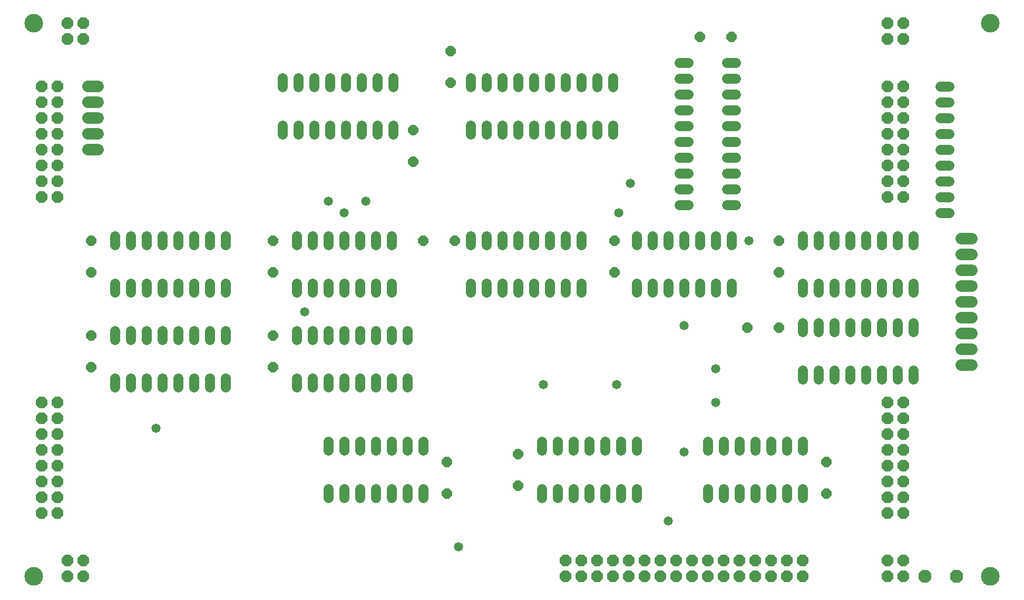
<source format=gbs>
G75*
%MOIN*%
%OFA0B0*%
%FSLAX24Y24*%
%IPPOS*%
%LPD*%
%AMOC8*
5,1,8,0,0,1.08239X$1,22.5*
%
%ADD10C,0.1180*%
%ADD11C,0.0640*%
%ADD12OC8,0.0640*%
%ADD13OC8,0.0720*%
%ADD14C,0.0720*%
%ADD15C,0.0830*%
%ADD16OC8,0.0830*%
%ADD17C,0.0580*%
D10*
X005265Y006140D03*
X005265Y041140D03*
X065765Y041140D03*
X065765Y006140D03*
D11*
X053890Y011110D02*
X053890Y011670D01*
X052890Y011670D02*
X052890Y011110D01*
X051890Y011110D02*
X051890Y011670D01*
X050890Y011670D02*
X050890Y011110D01*
X049890Y011110D02*
X049890Y011670D01*
X048890Y011670D02*
X048890Y011110D01*
X047890Y011110D02*
X047890Y011670D01*
X047890Y014110D02*
X047890Y014670D01*
X048890Y014670D02*
X048890Y014110D01*
X049890Y014110D02*
X049890Y014670D01*
X050890Y014670D02*
X050890Y014110D01*
X051890Y014110D02*
X051890Y014670D01*
X052890Y014670D02*
X052890Y014110D01*
X053890Y014110D02*
X053890Y014670D01*
X053890Y018610D02*
X053890Y019170D01*
X054890Y019170D02*
X054890Y018610D01*
X055890Y018610D02*
X055890Y019170D01*
X056890Y019170D02*
X056890Y018610D01*
X057890Y018610D02*
X057890Y019170D01*
X058890Y019170D02*
X058890Y018610D01*
X059890Y018610D02*
X059890Y019170D01*
X060890Y019170D02*
X060890Y018610D01*
X060890Y021610D02*
X060890Y022170D01*
X059890Y022170D02*
X059890Y021610D01*
X058890Y021610D02*
X058890Y022170D01*
X057890Y022170D02*
X057890Y021610D01*
X056890Y021610D02*
X056890Y022170D01*
X055890Y022170D02*
X055890Y021610D01*
X054890Y021610D02*
X054890Y022170D01*
X053890Y022170D02*
X053890Y021610D01*
X053890Y024110D02*
X053890Y024670D01*
X054890Y024670D02*
X054890Y024110D01*
X055890Y024110D02*
X055890Y024670D01*
X056890Y024670D02*
X056890Y024110D01*
X057890Y024110D02*
X057890Y024670D01*
X058890Y024670D02*
X058890Y024110D01*
X059890Y024110D02*
X059890Y024670D01*
X060890Y024670D02*
X060890Y024110D01*
X060890Y027110D02*
X060890Y027670D01*
X059890Y027670D02*
X059890Y027110D01*
X058890Y027110D02*
X058890Y027670D01*
X057890Y027670D02*
X057890Y027110D01*
X056890Y027110D02*
X056890Y027670D01*
X055890Y027670D02*
X055890Y027110D01*
X054890Y027110D02*
X054890Y027670D01*
X053890Y027670D02*
X053890Y027110D01*
X049670Y029640D02*
X049110Y029640D01*
X049110Y030640D02*
X049670Y030640D01*
X049670Y031640D02*
X049110Y031640D01*
X049110Y032640D02*
X049670Y032640D01*
X049670Y033640D02*
X049110Y033640D01*
X049110Y034640D02*
X049670Y034640D01*
X049670Y035640D02*
X049110Y035640D01*
X049110Y036640D02*
X049670Y036640D01*
X049670Y037640D02*
X049110Y037640D01*
X049110Y038640D02*
X049670Y038640D01*
X046670Y038640D02*
X046110Y038640D01*
X046110Y037640D02*
X046670Y037640D01*
X046670Y036640D02*
X046110Y036640D01*
X046110Y035640D02*
X046670Y035640D01*
X046670Y034640D02*
X046110Y034640D01*
X046110Y033640D02*
X046670Y033640D01*
X046670Y032640D02*
X046110Y032640D01*
X046110Y031640D02*
X046670Y031640D01*
X046670Y030640D02*
X046110Y030640D01*
X046110Y029640D02*
X046670Y029640D01*
X046390Y027670D02*
X046390Y027110D01*
X045390Y027110D02*
X045390Y027670D01*
X044390Y027670D02*
X044390Y027110D01*
X043390Y027110D02*
X043390Y027670D01*
X039890Y027670D02*
X039890Y027110D01*
X038890Y027110D02*
X038890Y027670D01*
X037890Y027670D02*
X037890Y027110D01*
X036890Y027110D02*
X036890Y027670D01*
X035890Y027670D02*
X035890Y027110D01*
X034890Y027110D02*
X034890Y027670D01*
X033890Y027670D02*
X033890Y027110D01*
X032890Y027110D02*
X032890Y027670D01*
X032890Y024670D02*
X032890Y024110D01*
X033890Y024110D02*
X033890Y024670D01*
X034890Y024670D02*
X034890Y024110D01*
X035890Y024110D02*
X035890Y024670D01*
X036890Y024670D02*
X036890Y024110D01*
X037890Y024110D02*
X037890Y024670D01*
X038890Y024670D02*
X038890Y024110D01*
X039890Y024110D02*
X039890Y024670D01*
X043390Y024670D02*
X043390Y024110D01*
X044390Y024110D02*
X044390Y024670D01*
X045390Y024670D02*
X045390Y024110D01*
X046390Y024110D02*
X046390Y024670D01*
X047390Y024670D02*
X047390Y024110D01*
X048390Y024110D02*
X048390Y024670D01*
X049390Y024670D02*
X049390Y024110D01*
X049390Y027110D02*
X049390Y027670D01*
X048390Y027670D02*
X048390Y027110D01*
X047390Y027110D02*
X047390Y027670D01*
X041890Y034110D02*
X041890Y034670D01*
X040890Y034670D02*
X040890Y034110D01*
X039890Y034110D02*
X039890Y034670D01*
X038890Y034670D02*
X038890Y034110D01*
X037890Y034110D02*
X037890Y034670D01*
X036890Y034670D02*
X036890Y034110D01*
X035890Y034110D02*
X035890Y034670D01*
X034890Y034670D02*
X034890Y034110D01*
X033890Y034110D02*
X033890Y034670D01*
X032890Y034670D02*
X032890Y034110D01*
X032890Y037110D02*
X032890Y037670D01*
X033890Y037670D02*
X033890Y037110D01*
X034890Y037110D02*
X034890Y037670D01*
X035890Y037670D02*
X035890Y037110D01*
X036890Y037110D02*
X036890Y037670D01*
X037890Y037670D02*
X037890Y037110D01*
X038890Y037110D02*
X038890Y037670D01*
X039890Y037670D02*
X039890Y037110D01*
X040890Y037110D02*
X040890Y037670D01*
X041890Y037670D02*
X041890Y037110D01*
X028015Y037110D02*
X028015Y037670D01*
X027015Y037670D02*
X027015Y037110D01*
X026015Y037110D02*
X026015Y037670D01*
X025015Y037670D02*
X025015Y037110D01*
X024015Y037110D02*
X024015Y037670D01*
X023015Y037670D02*
X023015Y037110D01*
X022015Y037110D02*
X022015Y037670D01*
X021015Y037670D02*
X021015Y037110D01*
X021015Y034670D02*
X021015Y034110D01*
X022015Y034110D02*
X022015Y034670D01*
X023015Y034670D02*
X023015Y034110D01*
X024015Y034110D02*
X024015Y034670D01*
X025015Y034670D02*
X025015Y034110D01*
X026015Y034110D02*
X026015Y034670D01*
X027015Y034670D02*
X027015Y034110D01*
X028015Y034110D02*
X028015Y034670D01*
X027890Y027670D02*
X027890Y027110D01*
X026890Y027110D02*
X026890Y027670D01*
X025890Y027670D02*
X025890Y027110D01*
X024890Y027110D02*
X024890Y027670D01*
X023890Y027670D02*
X023890Y027110D01*
X022890Y027110D02*
X022890Y027670D01*
X021890Y027670D02*
X021890Y027110D01*
X021890Y024670D02*
X021890Y024110D01*
X022890Y024110D02*
X022890Y024670D01*
X023890Y024670D02*
X023890Y024110D01*
X024890Y024110D02*
X024890Y024670D01*
X025890Y024670D02*
X025890Y024110D01*
X026890Y024110D02*
X026890Y024670D01*
X027890Y024670D02*
X027890Y024110D01*
X027890Y021670D02*
X027890Y021110D01*
X028890Y021110D02*
X028890Y021670D01*
X026890Y021670D02*
X026890Y021110D01*
X025890Y021110D02*
X025890Y021670D01*
X024890Y021670D02*
X024890Y021110D01*
X023890Y021110D02*
X023890Y021670D01*
X022890Y021670D02*
X022890Y021110D01*
X021890Y021110D02*
X021890Y021670D01*
X021890Y018670D02*
X021890Y018110D01*
X022890Y018110D02*
X022890Y018670D01*
X023890Y018670D02*
X023890Y018110D01*
X024890Y018110D02*
X024890Y018670D01*
X025890Y018670D02*
X025890Y018110D01*
X026890Y018110D02*
X026890Y018670D01*
X027890Y018670D02*
X027890Y018110D01*
X028890Y018110D02*
X028890Y018670D01*
X028890Y014670D02*
X028890Y014110D01*
X027890Y014110D02*
X027890Y014670D01*
X026890Y014670D02*
X026890Y014110D01*
X025890Y014110D02*
X025890Y014670D01*
X024890Y014670D02*
X024890Y014110D01*
X023890Y014110D02*
X023890Y014670D01*
X023890Y011670D02*
X023890Y011110D01*
X024890Y011110D02*
X024890Y011670D01*
X025890Y011670D02*
X025890Y011110D01*
X026890Y011110D02*
X026890Y011670D01*
X027890Y011670D02*
X027890Y011110D01*
X028890Y011110D02*
X028890Y011670D01*
X029890Y011670D02*
X029890Y011110D01*
X029890Y014110D02*
X029890Y014670D01*
X037390Y014670D02*
X037390Y014110D01*
X038390Y014110D02*
X038390Y014670D01*
X039390Y014670D02*
X039390Y014110D01*
X040390Y014110D02*
X040390Y014670D01*
X041390Y014670D02*
X041390Y014110D01*
X042390Y014110D02*
X042390Y014670D01*
X043390Y014670D02*
X043390Y014110D01*
X043390Y011670D02*
X043390Y011110D01*
X042390Y011110D02*
X042390Y011670D01*
X041390Y011670D02*
X041390Y011110D01*
X040390Y011110D02*
X040390Y011670D01*
X039390Y011670D02*
X039390Y011110D01*
X038390Y011110D02*
X038390Y011670D01*
X037390Y011670D02*
X037390Y011110D01*
X017390Y018110D02*
X017390Y018670D01*
X016390Y018670D02*
X016390Y018110D01*
X015390Y018110D02*
X015390Y018670D01*
X014390Y018670D02*
X014390Y018110D01*
X013390Y018110D02*
X013390Y018670D01*
X012390Y018670D02*
X012390Y018110D01*
X011390Y018110D02*
X011390Y018670D01*
X010390Y018670D02*
X010390Y018110D01*
X010390Y021110D02*
X010390Y021670D01*
X011390Y021670D02*
X011390Y021110D01*
X012390Y021110D02*
X012390Y021670D01*
X013390Y021670D02*
X013390Y021110D01*
X014390Y021110D02*
X014390Y021670D01*
X015390Y021670D02*
X015390Y021110D01*
X016390Y021110D02*
X016390Y021670D01*
X017390Y021670D02*
X017390Y021110D01*
X017390Y024110D02*
X017390Y024670D01*
X016390Y024670D02*
X016390Y024110D01*
X015390Y024110D02*
X015390Y024670D01*
X014390Y024670D02*
X014390Y024110D01*
X013390Y024110D02*
X013390Y024670D01*
X012390Y024670D02*
X012390Y024110D01*
X011390Y024110D02*
X011390Y024670D01*
X010390Y024670D02*
X010390Y024110D01*
X010390Y027110D02*
X010390Y027670D01*
X011390Y027670D02*
X011390Y027110D01*
X012390Y027110D02*
X012390Y027670D01*
X013390Y027670D02*
X013390Y027110D01*
X014390Y027110D02*
X014390Y027670D01*
X015390Y027670D02*
X015390Y027110D01*
X016390Y027110D02*
X016390Y027670D01*
X017390Y027670D02*
X017390Y027110D01*
X062610Y029140D02*
X063170Y029140D01*
X063170Y030140D02*
X062610Y030140D01*
X062610Y031140D02*
X063170Y031140D01*
X063170Y032140D02*
X062610Y032140D01*
X062610Y033140D02*
X063170Y033140D01*
X063170Y034140D02*
X062610Y034140D01*
X062610Y035140D02*
X063170Y035140D01*
X063170Y036140D02*
X062610Y036140D01*
X062610Y037140D02*
X063170Y037140D01*
D12*
X049390Y040265D03*
X047390Y040265D03*
X031640Y039390D03*
X031640Y037390D03*
X029265Y034390D03*
X029265Y032390D03*
X029890Y027390D03*
X031890Y027390D03*
X042015Y027390D03*
X042015Y025390D03*
X050390Y021890D03*
X052390Y021890D03*
X052390Y025390D03*
X052390Y027390D03*
X035890Y013890D03*
X035890Y011890D03*
X031390Y011390D03*
X031390Y013390D03*
X020390Y019390D03*
X020390Y021390D03*
X020390Y025390D03*
X020390Y027390D03*
X008890Y027390D03*
X008890Y025390D03*
X008890Y021390D03*
X008890Y019390D03*
X055390Y013390D03*
X055390Y011390D03*
D13*
X059265Y011140D03*
X060265Y011140D03*
X060265Y010140D03*
X059265Y010140D03*
X059265Y012140D03*
X060265Y012140D03*
X060265Y013140D03*
X059265Y013140D03*
X059265Y014140D03*
X060265Y014140D03*
X060265Y015140D03*
X059265Y015140D03*
X059265Y016140D03*
X060265Y016140D03*
X060265Y017140D03*
X059265Y017140D03*
X059265Y007140D03*
X060265Y007140D03*
X060265Y006140D03*
X059265Y006140D03*
X053890Y006140D03*
X053890Y007140D03*
X052890Y007140D03*
X051890Y007140D03*
X051890Y006140D03*
X052890Y006140D03*
X050890Y006140D03*
X049890Y006140D03*
X049890Y007140D03*
X050890Y007140D03*
X048890Y007140D03*
X047890Y007140D03*
X046890Y007140D03*
X046890Y006140D03*
X047890Y006140D03*
X048890Y006140D03*
X045890Y006140D03*
X044890Y006140D03*
X044890Y007140D03*
X045890Y007140D03*
X043890Y007140D03*
X042890Y007140D03*
X041890Y007140D03*
X041890Y006140D03*
X042890Y006140D03*
X043890Y006140D03*
X040890Y006140D03*
X039890Y006140D03*
X039890Y007140D03*
X040890Y007140D03*
X038890Y007140D03*
X038890Y006140D03*
X008390Y006140D03*
X007390Y006140D03*
X007390Y007140D03*
X008390Y007140D03*
X006765Y010140D03*
X005765Y010140D03*
X005765Y011140D03*
X006765Y011140D03*
X006765Y012140D03*
X005765Y012140D03*
X005765Y013140D03*
X006765Y013140D03*
X006765Y014140D03*
X005765Y014140D03*
X005765Y015140D03*
X006765Y015140D03*
X006765Y016140D03*
X005765Y016140D03*
X005765Y017140D03*
X006765Y017140D03*
X006765Y030140D03*
X005765Y030140D03*
X005765Y031140D03*
X006765Y031140D03*
X006765Y032140D03*
X005765Y032140D03*
X005765Y033140D03*
X006765Y033140D03*
X006765Y034140D03*
X005765Y034140D03*
X005765Y035140D03*
X006765Y035140D03*
X006765Y036140D03*
X005765Y036140D03*
X005765Y037140D03*
X006765Y037140D03*
X007390Y040140D03*
X008390Y040140D03*
X008390Y041140D03*
X007390Y041140D03*
X059265Y041140D03*
X060265Y041140D03*
X060265Y040140D03*
X059265Y040140D03*
X059265Y037140D03*
X060265Y037140D03*
X060265Y036140D03*
X059265Y036140D03*
X059265Y035140D03*
X060265Y035140D03*
X060265Y034140D03*
X059265Y034140D03*
X059265Y033140D03*
X060265Y033140D03*
X060265Y032140D03*
X059265Y032140D03*
X059265Y031140D03*
X060265Y031140D03*
X060265Y030140D03*
X059265Y030140D03*
D14*
X063945Y027515D02*
X064585Y027515D01*
X064585Y026515D02*
X063945Y026515D01*
X063945Y025515D02*
X064585Y025515D01*
X064585Y024515D02*
X063945Y024515D01*
X063945Y023515D02*
X064585Y023515D01*
X064585Y022515D02*
X063945Y022515D01*
X063945Y021515D02*
X064585Y021515D01*
X064585Y020515D02*
X063945Y020515D01*
X063945Y019515D02*
X064585Y019515D01*
X009335Y033140D02*
X008695Y033140D01*
X008695Y034140D02*
X009335Y034140D01*
X009335Y035140D02*
X008695Y035140D01*
X008695Y036140D02*
X009335Y036140D01*
X009335Y037140D02*
X008695Y037140D01*
D15*
X061640Y006140D03*
D16*
X063640Y006140D03*
D17*
X048390Y017140D03*
X048390Y019265D03*
X046390Y022015D03*
X042140Y018265D03*
X037515Y018265D03*
X046390Y014015D03*
X045390Y009640D03*
X032140Y008015D03*
X013015Y015515D03*
X022390Y022890D03*
X024890Y029140D03*
X023890Y029890D03*
X026265Y029890D03*
X042265Y029140D03*
X043015Y031015D03*
X050515Y027390D03*
M02*

</source>
